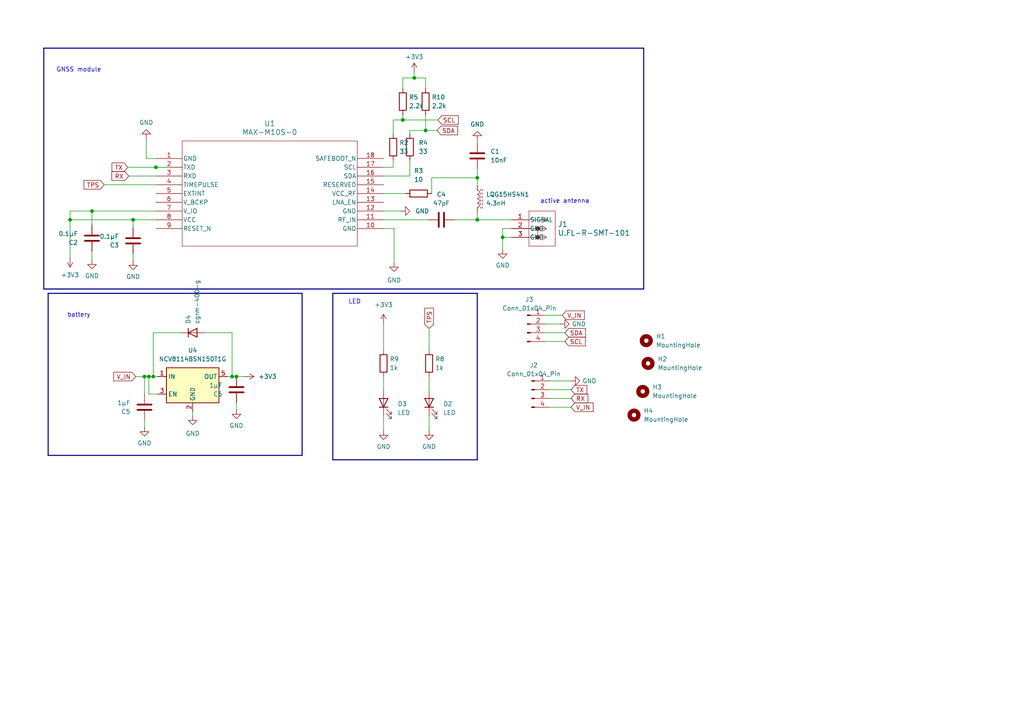
<source format=kicad_sch>
(kicad_sch (version 20250114) (generator "eeschema") (generator_version "9.0")
  (paper "A4")
  (lib_symbols
    (symbol "Connector:Conn_01x04_Pin" (pin_names (offset 1.016) (hide yes))
      (property "Reference" "J" (at 0 5.08 0))
      (property "Value" "Conn_01x04_Pin" (at 0 -7.62 0))
      (symbol "Conn_01x04_Pin_1_1"
        (rectangle (start 0.8636 2.667) (end 0 2.413) (stroke (width 0.1524)) (fill (type outline)))
        (rectangle (start 0.8636 0.127) (end 0 -0.127) (stroke (width 0.1524)) (fill (type outline)))
        (rectangle (start 0.8636 -2.413) (end 0 -2.667) (stroke (width 0.1524)) (fill (type outline)))
        (rectangle (start 0.8636 -4.953) (end 0 -5.207) (stroke (width 0.1524)) (fill (type outline)))
        (polyline (pts (xy 1.27 2.54) (xy 0.8636 2.54)) (stroke (width 0.1524)))
        (polyline (pts (xy 1.27 0) (xy 0.8636 0)) (stroke (width 0.1524)))
        (polyline (pts (xy 1.27 -2.54) (xy 0.8636 -2.54)) (stroke (width 0.1524)))
        (polyline (pts (xy 1.27 -5.08) (xy 0.8636 -5.08)) (stroke (width 0.1524)))
        (pin passive line (at 5.08 2.54 180) (length 3.81) (name "Pin_1") (number "1"))
        (pin passive line (at 5.08 0 180) (length 3.81) (name "Pin_2") (number "2"))
        (pin passive line (at 5.08 -2.54 180) (length 3.81) (name "Pin_3") (number "3"))
        (pin passive line (at 5.08 -5.08 180) (length 3.81) (name "Pin_4") (number "4"))
      )
    )
    (symbol "Device:C" (pin_numbers (hide yes)) (pin_names (offset 0.254))
      (property "Reference" "C" (at 0.635 2.54 0))
      (property "Value" "C" (at 0.635 -2.54 0))
      (symbol "C_0_1"
        (polyline (pts (xy -2.032 0.762) (xy 2.032 0.762)) (stroke (width 0.508)))
        (polyline (pts (xy -2.032 -0.762) (xy 2.032 -0.762)) (stroke (width 0.508)))
      )
      (symbol "C_1_1"
        (pin passive line (at 0 3.81 270) (length 2.794) (name "~") (number "1"))
        (pin passive line (at 0 -3.81 90) (length 2.794) (name "~") (number "2"))
      )
    )
    (symbol "Device:D" (pin_numbers (hide yes)) (pin_names (offset 1.016) (hide yes))
      (property "Reference" "D" (at 0 2.54 0))
      (property "Value" "D" (at 0 -2.54 0))
      (symbol "D_0_1"
        (polyline (pts (xy -1.27 1.27) (xy -1.27 -1.27)) (stroke (width 0.254)))
        (polyline (pts (xy 1.27 1.27) (xy 1.27 -1.27) (xy -1.27 0) (xy 1.27 1.27)) (stroke (width 0.254)))
        (polyline (pts (xy 1.27 0) (xy -1.27 0)))
      )
      (symbol "D_1_1"
        (pin passive line (at -3.81 0 0) (length 2.54) (name "K") (number "1"))
        (pin passive line (at 3.81 0 180) (length 2.54) (name "A") (number "2"))
      )
    )
    (symbol "Device:LED" (pin_numbers (hide yes)) (pin_names (offset 1.016) (hide yes))
      (property "Reference" "D" (at 0 2.54 0))
      (property "Value" "LED" (at 0 -2.54 0))
      (symbol "LED_0_1"
        (polyline (pts (xy -3.048 -0.762) (xy -4.572 -2.286) (xy -3.81 -2.286) (xy -4.572 -2.286) (xy -4.572 -1.524)))
        (polyline (pts (xy -1.778 -0.762) (xy -3.302 -2.286) (xy -2.54 -2.286) (xy -3.302 -2.286) (xy -3.302 -1.524)))
        (polyline (pts (xy -1.27 0) (xy 1.27 0)))
        (polyline (pts (xy -1.27 -1.27) (xy -1.27 1.27)) (stroke (width 0.254)))
        (polyline (pts (xy 1.27 -1.27) (xy 1.27 1.27) (xy -1.27 0) (xy 1.27 -1.27)) (stroke (width 0.254)))
      )
      (symbol "LED_1_1"
        (pin passive line (at -3.81 0 0) (length 2.54) (name "K") (number "1"))
        (pin passive line (at 3.81 0 180) (length 2.54) (name "A") (number "2"))
      )
    )
    (symbol "Device:L_Ferrite" (pin_numbers (hide yes)) (pin_names (offset 1.016) (hide yes))
      (property "Reference" "L" (at -1.27 0 90))
      (property "Value" "L_Ferrite" (at 2.794 0 90))
      (symbol "L_Ferrite_0_1"
        (arc (start 0 2.54) (mid 0.6323 1.905) (end 0 1.27))
        (arc (start 0 1.27) (mid 0.6323 0.635) (end 0 0))
        (arc (start 0 0) (mid 0.6323 -0.635) (end 0 -1.27))
        (arc (start 0 -1.27) (mid 0.6323 -1.905) (end 0 -2.54))
        (polyline (pts (xy 1.016 2.286) (xy 1.016 2.794)))
        (polyline (pts (xy 1.016 1.27) (xy 1.016 1.778)))
        (polyline (pts (xy 1.016 0.254) (xy 1.016 0.762)))
        (polyline (pts (xy 1.016 -0.762) (xy 1.016 -0.254)))
        (polyline (pts (xy 1.016 -1.778) (xy 1.016 -1.27)))
        (polyline (pts (xy 1.016 -2.794) (xy 1.016 -2.286)))
        (polyline (pts (xy 1.524 2.794) (xy 1.524 2.286)))
        (polyline (pts (xy 1.524 1.778) (xy 1.524 1.27)))
        (polyline (pts (xy 1.524 0.762) (xy 1.524 0.254)))
        (polyline (pts (xy 1.524 -0.254) (xy 1.524 -0.762)))
        (polyline (pts (xy 1.524 -1.27) (xy 1.524 -1.778)))
        (polyline (pts (xy 1.524 -2.286) (xy 1.524 -2.794)))
      )
      (symbol "L_Ferrite_1_1"
        (pin passive line (at 0 3.81 270) (length 1.27) (name "1") (number "1"))
        (pin passive line (at 0 -3.81 90) (length 1.27) (name "2") (number "2"))
      )
    )
    (symbol "Device:R" (pin_numbers (hide yes)) (pin_names (offset 0))
      (property "Reference" "R" (at 2.032 0 90))
      (property "Value" "R" (at 0 0 90))
      (symbol "R_0_1"
        (rectangle (start -1.016 -2.54) (end 1.016 2.54) (stroke (width 0.254)))
      )
      (symbol "R_1_1"
        (pin passive line (at 0 3.81 270) (length 1.27) (name "~") (number "1"))
        (pin passive line (at 0 -3.81 90) (length 1.27) (name "~") (number "2"))
      )
    )
    (symbol "FL-connector:U.FL-R-SMT-101" (pin_names (offset 0.254))
      (property "Reference" "J" (at 8.89 6.35 0))
      (property "Value" "U.FL-R-SMT-101" (at 0 0 0))
      (symbol "U.FL-R-SMT-101_1_1"
        (polyline (pts (xy 5.08 2.54) (xy 5.08 -7.62)) (stroke (width 0.127)))
        (polyline (pts (xy 5.08 -7.62) (xy 12.7 -7.62)) (stroke (width 0.127)))
        (polyline (pts (xy 7.62 -2.54) (xy 7.62 -5.08)) (stroke (width 0.127)))
        (circle (center 7.62 -2.54) (radius 0.127) (stroke (width 0.508)))
        (circle (center 7.62 -5.08) (radius 0.127) (stroke (width 0.508)))
        (polyline (pts (xy 10.16 0) (xy 5.08 0)) (stroke (width 0.127)))
        (polyline (pts (xy 10.16 0) (xy 8.89 0.8467)) (stroke (width 0.127)))
        (polyline (pts (xy 10.16 0) (xy 8.89 -0.8467)) (stroke (width 0.127)))
        (polyline (pts (xy 10.16 -2.54) (xy 5.08 -2.54)) (stroke (width 0.127)))
        (polyline (pts (xy 10.16 -2.54) (xy 8.89 -1.6933)) (stroke (width 0.127)))
        (polyline (pts (xy 10.16 -2.54) (xy 8.89 -3.3867)) (stroke (width 0.127)))
        (polyline (pts (xy 10.16 -5.08) (xy 5.08 -5.08)) (stroke (width 0.127)))
        (polyline (pts (xy 10.16 -5.08) (xy 8.89 -4.2333)) (stroke (width 0.127)))
        (polyline (pts (xy 10.16 -5.08) (xy 8.89 -5.9267)) (stroke (width 0.127)))
        (polyline (pts (xy 12.7 2.54) (xy 5.08 2.54)) (stroke (width 0.127)))
        (polyline (pts (xy 12.7 -7.62) (xy 12.7 2.54)) (stroke (width 0.127)))
        (pin unspecified line (at 0 0 0) (length 5.08) (name "SIGNAL") (number "1"))
        (pin unspecified line (at 0 -2.54 0) (length 5.08) (name "GND") (number "2"))
        (pin unspecified line (at 0 -5.08 0) (length 5.08) (name "GND") (number "3"))
      )
      (symbol "U.FL-R-SMT-101_1_2"
        (polyline (pts (xy 5.08 2.54) (xy 5.08 -7.62)) (stroke (width 0.127)))
        (polyline (pts (xy 5.08 -7.62) (xy 12.7 -7.62)) (stroke (width 0.127)))
        (polyline (pts (xy 6.35 -2.54) (xy 6.35 -5.08)) (stroke (width 0.127)))
        (circle (center 6.35 -2.54) (radius 0.127) (stroke (width 0.508)))
        (circle (center 6.35 -5.08) (radius 0.127) (stroke (width 0.508)))
        (polyline (pts (xy 7.62 0) (xy 5.08 0)) (stroke (width 0.127)))
        (polyline (pts (xy 7.62 0) (xy 8.89 0.8467)) (stroke (width 0.127)))
        (polyline (pts (xy 7.62 0) (xy 8.89 -0.8467)) (stroke (width 0.127)))
        (polyline (pts (xy 7.62 -2.54) (xy 5.08 -2.54)) (stroke (width 0.127)))
        (polyline (pts (xy 7.62 -2.54) (xy 8.89 -1.6933)) (stroke (width 0.127)))
        (polyline (pts (xy 7.62 -2.54) (xy 8.89 -3.3867)) (stroke (width 0.127)))
        (polyline (pts (xy 7.62 -5.08) (xy 5.08 -5.08)) (stroke (width 0.127)))
        (polyline (pts (xy 7.62 -5.08) (xy 8.89 -4.2333)) (stroke (width 0.127)))
        (polyline (pts (xy 7.62 -5.08) (xy 8.89 -5.9267)) (stroke (width 0.127)))
        (polyline (pts (xy 12.7 2.54) (xy 5.08 2.54)) (stroke (width 0.127)))
        (polyline (pts (xy 12.7 -7.62) (xy 12.7 2.54)) (stroke (width 0.127)))
        (pin unspecified line (at 0 0 0) (length 5.08) (name "SIGNAL") (number "1"))
        (pin unspecified line (at 0 -2.54 0) (length 5.08) (name "GND") (number "2"))
        (pin unspecified line (at 0 -5.08 0) (length 5.08) (name "GND") (number "3"))
      )
    )
    (symbol "Mechanical:MountingHole" (pin_names (offset 1.016)) (exclude_from_sim yes) (in_bom no)
      (property "Reference" "H" (at 0 5.08 0))
      (property "Value" "MountingHole" (at 0 3.175 0))
      (symbol "MountingHole_0_1"
        (circle (center 0 0) (radius 1.27) (stroke (width 1.27)))
      )
    )
    (symbol "Regulator_Linear:NCV8114BSN150T1G"
      (property "Reference" "U" (at 0 8.89 0))
      (property "Value" "NCV8114BSN150T1G" (at 0 6.35 0))
      (symbol "NCV8114BSN150T1G_0_1"
        (rectangle (start -7.62 5.08) (end 7.62 -5.08) (stroke (width 0.254)) (fill (type background)))
      )
      (symbol "NCV8114BSN150T1G_1_1"
        (pin power_in line (at -10.16 2.54 0) (length 2.54) (name "IN") (number "1"))
        (pin input line (at -10.16 -2.54 0) (length 2.54) (name "EN") (number "3"))
        (pin power_in line (at 0 -7.62 90) (length 2.54) (name "GND") (number "2"))
        (pin no_connect line (at 7.62 -2.54 180) (length 2.54) (hide yes) (name "NC") (number "4"))
        (pin power_out line (at 10.16 2.54 180) (length 2.54) (name "OUT") (number "5"))
      )
    )
    (symbol "maxm10s:MAX-M10S-0" (pin_names (offset 0.254))
      (property "Reference" "U" (at 33.02 10.16 0))
      (property "Value" "MAX-M10S-0" (at 33.02 7.62 0))
      (symbol "MAX-M10S-0_0_1"
        (polyline (pts (xy 7.62 5.08) (xy 7.62 -25.4)) (stroke (width 0.127)))
        (polyline (pts (xy 7.62 -25.4) (xy 58.42 -25.4)) (stroke (width 0.127)))
        (polyline (pts (xy 58.42 5.08) (xy 7.62 5.08)) (stroke (width 0.127)))
        (polyline (pts (xy 58.42 -25.4) (xy 58.42 5.08)) (stroke (width 0.127)))
        (pin power_out line (at 0 0 0) (length 7.62) (name "GND") (number "1"))
        (pin unspecified line (at 0 -2.54 0) (length 7.62) (name "TXD") (number "2"))
        (pin unspecified line (at 0 -5.08 0) (length 7.62) (name "RXD") (number "3"))
        (pin unspecified line (at 0 -7.62 0) (length 7.62) (name "TIMEPULSE") (number "4"))
        (pin unspecified line (at 0 -10.16 0) (length 7.62) (name "EXTINT") (number "5"))
        (pin unspecified line (at 0 -12.7 0) (length 7.62) (name "V_BCKP") (number "6"))
        (pin unspecified line (at 0 -15.24 0) (length 7.62) (name "V_IO") (number "7"))
        (pin power_in line (at 0 -17.78 0) (length 7.62) (name "VCC") (number "8"))
        (pin unspecified line (at 0 -20.32 0) (length 7.62) (name "RESET_N") (number "9"))
        (pin unspecified line (at 66.04 0 180) (length 7.62) (name "SAFEBOOT_N") (number "18"))
        (pin unspecified line (at 66.04 -2.54 180) (length 7.62) (name "SCL") (number "17"))
        (pin unspecified line (at 66.04 -5.08 180) (length 7.62) (name "SDA") (number "16"))
        (pin unspecified line (at 66.04 -7.62 180) (length 7.62) (name "RESERVED") (number "15"))
        (pin power_in line (at 66.04 -10.16 180) (length 7.62) (name "VCC_RF") (number "14"))
        (pin unspecified line (at 66.04 -12.7 180) (length 7.62) (name "LNA_EN") (number "13"))
        (pin power_out line (at 66.04 -15.24 180) (length 7.62) (name "GND") (number "12"))
        (pin unspecified line (at 66.04 -17.78 180) (length 7.62) (name "RF_IN") (number "11"))
        (pin power_out line (at 66.04 -20.32 180) (length 7.62) (name "GND") (number "10"))
      )
    )
    (symbol "power:+3V3" (power) (pin_numbers (hide yes)) (pin_names (offset 0) (hide yes))
      (property "Value" "+3V3" (at 0 3.556 0))
      (symbol "+3V3_0_1"
        (polyline (pts (xy -0.762 1.27) (xy 0 2.54)))
        (polyline (pts (xy 0 2.54) (xy 0.762 1.27)))
        (polyline (pts (xy 0 0) (xy 0 2.54)))
      )
      (symbol "+3V3_1_1"
        (pin power_in line (at 0 0 90) (length 0) (name "~") (number "1"))
      )
    )
    (symbol "power:GND" (power) (pin_numbers (hide yes)) (pin_names (offset 0) (hide yes))
      (property "Value" "GND" (at 0 -3.81 0))
      (symbol "GND_0_1"
        (polyline (pts (xy 0 0) (xy 0 -1.27) (xy 1.27 -1.27) (xy 0 -2.54) (xy -1.27 -1.27) (xy 0 -1.27)))
      )
      (symbol "GND_1_1"
        (pin power_in line (at 0 0 270) (length 0) (name "~") (number "1"))
      )
    )
  )
  (text "LED" (at 102.87 87.63 0) (effects (font (size 1.27 1.27))))
  (text "GNSS module" (at 22.86 20.32 0) (effects (font (size 1.27 1.27))))
  (text "active antenna" (at 163.83 58.42 0) (effects (font (size 1.27 1.27))))
  (text "battery\n" (at 22.86 91.44 0) (effects (font (size 1.27 1.27))))
  (junction (at 138.43 51.562))
  (junction (at 68.58 109.22))
  (junction (at 123.444 37.846))
  (junction (at 67.31 109.22))
  (junction (at 120.142 22.606))
  (junction (at 44.45 109.22))
  (junction (at 43.18 109.22))
  (junction (at 138.43 63.754))
  (junction (at 45.212 48.514))
  (junction (at 145.796 68.834))
  (junction (at 20.32 63.754))
  (junction (at 26.67 61.214))
  (junction (at 116.84 34.798))
  (junction (at 41.91 109.22))
  (junction (at 38.608 63.754))
  (wire (pts (xy 43.18 114.3) (xy 43.18 109.22)))
  (wire (pts (xy 39.37 109.22) (xy 41.91 109.22)))
  (wire (pts (xy 68.58 118.872) (xy 68.58 116.84)))
  (wire (pts (xy 157.988 93.98) (xy 162.56 93.98)))
  (bus (pts (xy 13.97 132.08) (xy 87.63 132.08)))
  (bus (pts (xy 186.69 83.82) (xy 186.69 13.97)))
  (wire (pts (xy 26.67 61.214) (xy 20.32 61.214)))
  (bus (pts (xy 96.52 85.09) (xy 138.43 85.09)))
  (wire (pts (xy 20.32 61.214) (xy 20.32 63.754)))
  (wire (pts (xy 131.826 63.754) (xy 138.43 63.754)))
  (wire (pts (xy 111.252 66.294) (xy 114.3 66.294)))
  (wire (pts (xy 163.83 96.52) (xy 157.988 96.52)))
  (bus (pts (xy 87.63 132.08) (xy 87.63 85.09)))
  (wire (pts (xy 45.72 114.3) (xy 43.18 114.3)))
  (wire (pts (xy 163.068 91.44) (xy 157.988 91.44)))
  (wire (pts (xy 145.796 66.294) (xy 148.336 66.294)))
  (wire (pts (xy 124.46 95.25) (xy 124.46 101.6)))
  (wire (pts (xy 67.31 96.52) (xy 67.31 109.22)))
  (wire (pts (xy 114.3 66.294) (xy 114.3 76.2)))
  (wire (pts (xy 138.43 40.64) (xy 138.43 41.402)))
  (wire (pts (xy 111.252 51.054) (xy 118.872 51.054)))
  (bus (pts (xy 12.7 83.82) (xy 186.69 83.82)))
  (wire (pts (xy 41.91 123.952) (xy 41.91 121.92)))
  (wire (pts (xy 118.872 37.846) (xy 123.444 37.846)))
  (wire (pts (xy 111.252 120.65) (xy 111.252 124.968)))
  (wire (pts (xy 38.608 75.692) (xy 38.608 73.66)))
  (wire (pts (xy 20.32 63.754) (xy 20.32 74.93)))
  (wire (pts (xy 114.046 46.482) (xy 114.046 48.514)))
  (wire (pts (xy 37.338 51.054) (xy 45.212 51.054)))
  (wire (pts (xy 138.43 49.022) (xy 138.43 51.562)))
  (wire (pts (xy 114.046 48.514) (xy 111.252 48.514)))
  (wire (pts (xy 71.12 109.22) (xy 68.58 109.22)))
  (wire (pts (xy 123.444 37.846) (xy 126.746 37.846)))
  (wire (pts (xy 118.872 51.054) (xy 118.872 46.482)))
  (wire (pts (xy 38.608 63.754) (xy 45.212 63.754)))
  (wire (pts (xy 111.252 109.22) (xy 111.252 113.03)))
  (wire (pts (xy 49.022 48.514) (xy 45.212 48.514)))
  (wire (pts (xy 116.84 34.798) (xy 127 34.798)))
  (bus (pts (xy 12.7 13.97) (xy 12.7 83.82)))
  (wire (pts (xy 116.84 33.274) (xy 116.84 34.798)))
  (wire (pts (xy 114.046 38.862) (xy 114.046 34.798)))
  (bus (pts (xy 12.7 13.97) (xy 186.69 13.97)))
  (wire (pts (xy 145.796 68.834) (xy 148.336 68.834)))
  (wire (pts (xy 111.252 63.754) (xy 124.206 63.754)))
  (wire (pts (xy 41.91 109.22) (xy 43.18 109.22)))
  (wire (pts (xy 38.608 66.04) (xy 38.608 63.754)))
  (wire (pts (xy 111.252 56.134) (xy 117.602 56.134)))
  (wire (pts (xy 138.43 63.754) (xy 148.336 63.754)))
  (wire (pts (xy 123.444 25.654) (xy 123.444 22.606)))
  (wire (pts (xy 42.418 45.974) (xy 45.212 45.974)))
  (wire (pts (xy 124.46 109.22) (xy 124.46 113.03)))
  (wire (pts (xy 125.222 51.562) (xy 125.222 56.134)))
  (wire (pts (xy 123.444 33.274) (xy 123.444 37.846)))
  (wire (pts (xy 159.258 115.57) (xy 165.608 115.57)))
  (wire (pts (xy 116.84 25.654) (xy 116.84 22.606)))
  (wire (pts (xy 125.222 51.562) (xy 138.43 51.562)))
  (wire (pts (xy 41.91 114.3) (xy 41.91 109.22)))
  (bus (pts (xy 96.52 85.09) (xy 96.52 133.35)))
  (wire (pts (xy 42.418 40.132) (xy 42.418 45.974)))
  (wire (pts (xy 59.69 96.52) (xy 67.31 96.52)))
  (wire (pts (xy 163.83 99.06) (xy 157.988 99.06)))
  (wire (pts (xy 159.258 118.11) (xy 165.608 118.11)))
  (wire (pts (xy 123.444 22.606) (xy 120.142 22.606)))
  (wire (pts (xy 138.43 61.468) (xy 138.43 63.754)))
  (bus (pts (xy 138.43 133.35) (xy 138.43 85.09)))
  (wire (pts (xy 165.608 110.49) (xy 159.258 110.49)))
  (bus (pts (xy 13.97 85.09) (xy 87.63 85.09)))
  (wire (pts (xy 45.212 61.214) (xy 26.67 61.214)))
  (bus (pts (xy 13.97 85.09) (xy 13.97 132.08)))
  (wire (pts (xy 44.45 109.22) (xy 44.45 96.52)))
  (wire (pts (xy 44.45 96.52) (xy 52.07 96.52)))
  (wire (pts (xy 145.796 72.39) (xy 145.796 68.834)))
  (wire (pts (xy 114.046 34.798) (xy 116.84 34.798)))
  (wire (pts (xy 43.18 109.22) (xy 44.45 109.22)))
  (wire (pts (xy 26.67 65.278) (xy 26.67 61.214)))
  (wire (pts (xy 124.46 120.65) (xy 124.46 124.968)))
  (wire (pts (xy 26.67 72.898) (xy 26.67 75.438)))
  (wire (pts (xy 120.142 22.606) (xy 120.142 20.828)))
  (wire (pts (xy 20.32 63.754) (xy 38.608 63.754)))
  (wire (pts (xy 118.872 38.862) (xy 118.872 37.846)))
  (wire (pts (xy 55.88 120.65) (xy 55.88 119.38)))
  (wire (pts (xy 145.796 68.834) (xy 145.796 66.294)))
  (wire (pts (xy 67.31 109.22) (xy 66.04 109.22)))
  (bus (pts (xy 96.52 133.35) (xy 138.43 133.35)))
  (wire (pts (xy 111.252 93.726) (xy 111.252 101.6)))
  (wire (pts (xy 165.608 113.03) (xy 159.258 113.03)))
  (wire (pts (xy 37.084 48.514) (xy 45.212 48.514)))
  (wire (pts (xy 44.45 109.22) (xy 45.72 109.22)))
  (wire (pts (xy 30.226 53.594) (xy 45.212 53.594)))
  (wire (pts (xy 116.84 22.606) (xy 120.142 22.606)))
  (wire (pts (xy 68.58 109.22) (xy 67.31 109.22)))
  (wire (pts (xy 138.43 53.848) (xy 138.43 51.562)))
  (wire (pts (xy 111.252 61.214) (xy 116.332 61.214)))
  (global_label "RX" (shape input) (at 165.608 115.57 0) (property "Intersheetrefs" "${INTERSHEET_REFS}" (effects (hide yes))))
  (global_label "SCL" (shape input) (at 163.83 99.06 0) (property "Intersheetrefs" "${INTERSHEET_REFS}" (effects (hide yes))))
  (global_label "V_IN" (shape input) (at 39.37 109.22 180) (property "Intersheetrefs" "${INTERSHEET_REFS}" (effects (hide yes))))
  (global_label "TPS" (shape input) (at 124.46 95.25 90) (property "Intersheetrefs" "${INTERSHEET_REFS}" (effects (hide yes))))
  (global_label "SDA" (shape input) (at 126.746 37.846 0) (property "Intersheetrefs" "${INTERSHEET_REFS}" (effects (hide yes))))
  (global_label "TX" (shape input) (at 37.084 48.514 180) (property "Intersheetrefs" "${INTERSHEET_REFS}" (effects (hide yes))))
  (global_label "V_IN" (shape input) (at 163.068 91.44 0) (property "Intersheetrefs" "${INTERSHEET_REFS}" (effects (hide yes))))
  (global_label "TPS" (shape input) (at 30.226 53.594 180) (property "Intersheetrefs" "${INTERSHEET_REFS}" (effects (hide yes))))
  (global_label "SDA" (shape input) (at 163.83 96.52 0) (property "Intersheetrefs" "${INTERSHEET_REFS}" (effects (hide yes))))
  (global_label "RX" (shape input) (at 37.338 51.054 180) (property "Intersheetrefs" "${INTERSHEET_REFS}" (effects (hide yes))))
  (global_label "SCL" (shape input) (at 127 34.798 0) (property "Intersheetrefs" "${INTERSHEET_REFS}" (effects (hide yes))))
  (global_label "TX" (shape input) (at 165.608 113.03 0) (property "Intersheetrefs" "${INTERSHEET_REFS}" (effects (hide yes))))
  (global_label "V_IN" (shape input) (at 165.608 118.11 0) (property "Intersheetrefs" "${INTERSHEET_REFS}" (effects (hide yes))))
  (symbol (lib_id "Device:R") (at 124.46 105.41 0) (unit 1)
    (property "Reference" "R8" (at 126.238 104.1399 0) (effects (justify left)))
    (property "Value" "1k" (at 126.238 106.6799 0) (effects (justify left)))
    (property "Footprint" "Resistor_SMD:R_0603_1608Metric" (effects (hide yes)))
    (property "Description" "Resistor" (effects (hide yes)))
  )
  (symbol (lib_id "power:GND") (at 26.67 75.438 0) (unit 1)
    (property "Reference" "#PWR014" (effects (hide yes)))
    (property "Value" "GND" (at 26.67 80.01 0))
    (property "Description" "Power symbol creates a global label with name \"GND\" , ground" (effects (hide yes)))
  )
  (symbol (lib_id "power:+3V3") (at 20.32 74.93 180) (unit 1)
    (property "Reference" "#PWR01" (effects (hide yes)))
    (property "Value" "+3V3" (at 20.32 79.756 0))
    (property "Description" "Power symbol creates a global label with name \"+3V3\"" (effects (hide yes)))
  )
  (symbol (lib_id "maxm10s:MAX-M10S-0") (at 45.212 45.974 0) (unit 1)
    (property "Reference" "U1" (at 78.232 35.814 0) (effects (font (size 1.524 1.524))))
    (property "Value" "MAX-M10S-0" (at 78.232 38.354 0) (effects (font (size 1.524 1.524))))
    (property "Footprint" "footprints:SMT_M10S-0_UBL" (effects (hide yes)))
    (property "Datasheet" "MAX-M10S-0" (effects (hide yes)))
  )
  (symbol (lib_id "Mechanical:MountingHole") (at 187.452 98.806 0) (unit 1) (exclude_from_sim yes) (in_bom no)
    (property "Reference" "H1" (at 190.246 97.5359 0) (effects (justify left)))
    (property "Value" "MountingHole" (at 190.246 100.0759 0) (effects (justify left)))
    (property "Footprint" "MountingHole:MountingHole_3mm" (effects (hide yes)))
    (property "Description" "Mounting Hole without connection" (effects (hide yes)))
  )
  (symbol (lib_id "power:+3V3") (at 111.252 93.726 0) (unit 1)
    (property "Reference" "#PWR08" (effects (hide yes)))
    (property "Value" "+3V3" (at 111.252 88.392 0))
    (property "Description" "Power symbol creates a global label with name \"+3V3\"" (effects (hide yes)))
  )
  (symbol (lib_id "Device:C") (at 41.91 118.11 180) (unit 1)
    (property "Reference" "C5" (at 37.846 119.3801 0) (effects (justify left)))
    (property "Value" "1μF" (at 37.846 116.8401 0) (effects (justify left)))
    (property "Footprint" "Capacitor_SMD:C_0603_1608Metric" (effects (hide yes)))
    (property "Description" "Unpolarized capacitor" (effects (hide yes)))
  )
  (symbol (lib_id "Device:R") (at 118.872 42.672 0) (unit 1)
    (property "Reference" "R4" (at 121.412 41.4019 0) (effects (justify left)))
    (property "Value" "33" (at 121.412 43.9419 0) (effects (justify left)))
    (property "Footprint" "Resistor_SMD:R_0603_1608Metric" (effects (hide yes)))
    (property "Description" "Resistor" (effects (hide yes)))
  )
  (symbol (lib_id "Device:C") (at 128.016 63.754 270) (unit 1)
    (property "Reference" "C4" (at 128.016 56.388 90))
    (property "Value" "47pF" (at 128.016 58.928 90))
    (property "Footprint" "Capacitor_SMD:C_0603_1608Metric" (effects (hide yes)))
    (property "Description" "Unpolarized capacitor" (effects (hide yes)))
  )
  (symbol (lib_id "Regulator_Linear:NCV8114BSN150T1G") (at 55.88 111.76 0) (unit 1)
    (property "Reference" "U4" (at 55.88 101.6 0))
    (property "Value" "NCV8114BSN150T1G" (at 55.88 104.14 0))
    (property "Footprint" "Package_TO_SOT_SMD:TSOT-23-5_HandSoldering" (effects (hide yes)))
    (property "Datasheet" "https://ru.mouser.com/datasheet/2/308/NCV8114-D-1107616.pdf" (effects (hide yes)))
    (property "Description" "300mA, Low Noise, Linear Regulator without output active discharge function, 1.7-5.5V input voltage range, 1.5V fixed positive output, TSOT-23-5" (effects (hide yes)))
  )
  (symbol (lib_id "Mechanical:MountingHole") (at 187.96 105.41 0) (unit 1) (exclude_from_sim yes) (in_bom no)
    (property "Reference" "H2" (at 190.754 104.1399 0) (effects (justify left)))
    (property "Value" "MountingHole" (at 190.754 106.6799 0) (effects (justify left)))
    (property "Footprint" "MountingHole:MountingHole_3mm" (effects (hide yes)))
    (property "Description" "Mounting Hole without connection" (effects (hide yes)))
  )
  (symbol (lib_id "Connector:Conn_01x04_Pin") (at 152.908 93.98 0) (unit 1)
    (property "Reference" "J3" (at 153.543 86.868 0))
    (property "Value" "Conn_01x04_Pin" (at 153.543 89.408 0))
    (property "Footprint" "Connector_PinHeader_2.54mm:PinHeader_1x04_P2.54mm_Vertical" (effects (hide yes)))
    (property "Description" "Generic connector, single row, 01x04, script generated" (effects (hide yes)))
  )
  (symbol (lib_id "Device:R") (at 111.252 105.41 0) (unit 1)
    (property "Reference" "R9" (at 113.03 104.1399 0) (effects (justify left)))
    (property "Value" "1k" (at 113.03 106.6799 0) (effects (justify left)))
    (property "Footprint" "Resistor_SMD:R_0603_1608Metric" (effects (hide yes)))
    (property "Description" "Resistor" (effects (hide yes)))
  )
  (symbol (lib_id "Device:C") (at 38.608 69.85 180) (unit 1)
    (property "Reference" "C3" (at 34.544 71.1201 0) (effects (justify left)))
    (property "Value" "0.1μF" (at 34.544 68.5801 0) (effects (justify left)))
    (property "Footprint" "Capacitor_SMD:C_0603_1608Metric" (effects (hide yes)))
    (property "Description" "Unpolarized capacitor" (effects (hide yes)))
  )
  (symbol (lib_id "Connector:Conn_01x04_Pin") (at 154.178 113.03 0) (unit 1)
    (property "Reference" "J2" (at 154.813 105.918 0))
    (property "Value" "Conn_01x04_Pin" (at 154.813 108.458 0))
    (property "Footprint" "Connector_PinHeader_2.54mm:PinHeader_1x04_P2.54mm_Vertical" (effects (hide yes)))
    (property "Description" "Generic connector, single row, 01x04, script generated" (effects (hide yes)))
  )
  (symbol (lib_id "power:GND") (at 124.46 124.968 0) (unit 1)
    (property "Reference" "#PWR05" (effects (hide yes)))
    (property "Value" "GND" (at 124.46 129.54 0))
    (property "Description" "Power symbol creates a global label with name \"GND\" , ground" (effects (hide yes)))
  )
  (symbol (lib_id "power:GND") (at 42.418 40.132 180) (unit 1)
    (property "Reference" "#PWR02" (effects (hide yes)))
    (property "Value" "GND" (at 42.418 35.56 0))
    (property "Description" "Power symbol creates a global label with name \"GND\" , ground" (effects (hide yes)))
  )
  (symbol (lib_id "Device:LED") (at 111.252 116.84 90) (unit 1)
    (property "Reference" "D3" (at 115.316 117.1574 90) (effects (justify right)))
    (property "Value" "LED" (at 115.316 119.6974 90) (effects (justify right)))
    (property "Footprint" "LED_SMD:LED_0603_1608Metric" (effects (hide yes)))
    (property "Description" "Light emitting diode" (effects (hide yes)))
  )
  (symbol (lib_id "power:+3V3") (at 71.12 109.22 270) (unit 1)
    (property "Reference" "#PWR015" (effects (hide yes)))
    (property "Value" "+3V3" (at 74.93 109.2199 90) (effects (justify left)))
    (property "Description" "Power symbol creates a global label with name \"+3V3\"" (effects (hide yes)))
  )
  (symbol (lib_id "Mechanical:MountingHole") (at 186.436 113.538 0) (unit 1) (exclude_from_sim yes) (in_bom no)
    (property "Reference" "H3" (at 189.23 112.2679 0) (effects (justify left)))
    (property "Value" "MountingHole" (at 189.23 114.8079 0) (effects (justify left)))
    (property "Footprint" "MountingHole:MountingHole_3mm" (effects (hide yes)))
    (property "Description" "Mounting Hole without connection" (effects (hide yes)))
  )
  (symbol (lib_id "power:+3V3") (at 120.142 20.828 0) (unit 1)
    (property "Reference" "#PWR06" (effects (hide yes)))
    (property "Value" "+3V3" (at 120.142 16.51 0))
    (property "Description" "Power symbol creates a global label with name \"+3V3\"" (effects (hide yes)))
  )
  (symbol (lib_id "Device:R") (at 114.046 42.672 0) (unit 1)
    (property "Reference" "R2" (at 115.824 41.4019 0) (effects (justify left)))
    (property "Value" "33" (at 115.824 43.9419 0) (effects (justify left)))
    (property "Footprint" "Resistor_SMD:R_0603_1608Metric" (effects (hide yes)))
    (property "Description" "Resistor" (effects (hide yes)))
  )
  (symbol (lib_id "power:GND") (at 162.56 93.98 90) (unit 1)
    (property "Reference" "#PWR011" (effects (hide yes)))
    (property "Value" "GND" (at 165.862 93.9799 90) (effects (justify right)))
    (property "Description" "Power symbol creates a global label with name \"GND\" , ground" (effects (hide yes)))
  )
  (symbol (lib_id "power:GND") (at 111.252 124.968 0) (unit 1)
    (property "Reference" "#PWR09" (effects (hide yes)))
    (property "Value" "GND" (at 111.252 129.54 0))
    (property "Description" "Power symbol creates a global label with name \"GND\" , ground" (effects (hide yes)))
  )
  (symbol (lib_id "Device:LED") (at 124.46 116.84 90) (unit 1)
    (property "Reference" "D2" (at 128.524 117.1574 90) (effects (justify right)))
    (property "Value" "LED" (at 128.524 119.6974 90) (effects (justify right)))
    (property "Footprint" "LED_SMD:LED_0603_1608Metric" (effects (hide yes)))
    (property "Description" "Light emitting diode" (effects (hide yes)))
  )
  (symbol (lib_id "power:GND") (at 165.608 110.49 90) (unit 1)
    (property "Reference" "#PWR010" (effects (hide yes)))
    (property "Value" "GND" (at 168.91 110.4899 90) (effects (justify right)))
    (property "Description" "Power symbol creates a global label with name \"GND\" , ground" (effects (hide yes)))
  )
  (symbol (lib_id "power:GND") (at 138.43 40.64 180) (unit 1)
    (property "Reference" "#PWR07" (effects (hide yes)))
    (property "Value" "GND" (at 138.43 36.068 0))
    (property "Description" "Power symbol creates a global label with name \"GND\" , ground" (effects (hide yes)))
  )
  (symbol (lib_id "FL-connector:U.FL-R-SMT-101") (at 148.336 63.754 0) (unit 1)
    (property "Reference" "J1" (at 161.798 65.0239 0) (effects (font (size 1.524 1.524)) (justify left)))
    (property "Value" "U.FL-R-SMT-101" (at 161.798 67.5639 0) (effects (font (size 1.524 1.524)) (justify left)))
    (property "Footprint" "U_FL_R_SMT_1_01_:COAX2_U.FL-R-SMT-101_HIR" (effects (hide yes)))
    (property "Datasheet" "U.FL-R-SMT-101" (effects (hide yes)))
  )
  (symbol (lib_id "Device:R") (at 121.412 56.134 90) (unit 1)
    (property "Reference" "R3" (at 121.412 49.53 90))
    (property "Value" "10" (at 121.412 52.07 90))
    (property "Footprint" "Resistor_SMD:R_0603_1608Metric" (effects (hide yes)))
    (property "Description" "Resistor" (effects (hide yes)))
  )
  (symbol (lib_id "Device:L_Ferrite") (at 138.43 57.658 0) (unit 1)
    (property "Reference" "LQG15HS4N1" (at 140.97 56.3879 0) (effects (justify left)))
    (property "Value" "4.3nH" (at 140.97 58.9279 0) (effects (justify left)))
    (property "Footprint" "Inductor_SMD:L_0402_1005Metric" (effects (hide yes)))
    (property "Description" "Inductor with ferrite core" (effects (hide yes)))
  )
  (symbol (lib_id "Device:C") (at 138.43 45.212 0) (unit 1)
    (property "Reference" "C1" (at 142.24 43.9419 0) (effects (justify left)))
    (property "Value" "10nF" (at 142.24 46.4819 0) (effects (justify left)))
    (property "Footprint" "Capacitor_SMD:C_0603_1608Metric" (effects (hide yes)))
    (property "Description" "Unpolarized capacitor" (effects (hide yes)))
  )
  (symbol (lib_id "power:GND") (at 55.88 120.65 0) (unit 1)
    (property "Reference" "#PWR016" (effects (hide yes)))
    (property "Value" "GND" (at 55.88 125.73 0))
    (property "Description" "Power symbol creates a global label with name \"GND\" , ground" (effects (hide yes)))
  )
  (symbol (lib_id "power:GND") (at 145.796 72.39 0) (unit 1)
    (property "Reference" "#PWR013" (effects (hide yes)))
    (property "Value" "GND" (at 145.796 76.9621 0))
    (property "Description" "Power symbol creates a global label with name \"GND\" , ground" (effects (hide yes)))
  )
  (symbol (lib_id "power:GND") (at 41.91 123.952 0) (unit 1)
    (property "Reference" "#PWR019" (effects (hide yes)))
    (property "Value" "GND" (at 41.91 128.524 0))
    (property "Description" "Power symbol creates a global label with name \"GND\" , ground" (effects (hide yes)))
  )
  (symbol (lib_id "power:GND") (at 38.608 75.692 0) (unit 1)
    (property "Reference" "#PWR012" (effects (hide yes)))
    (property "Value" "GND" (at 38.608 80.264 0))
    (property "Description" "Power symbol creates a global label with name \"GND\" , ground" (effects (hide yes)))
  )
  (symbol (lib_id "Device:R") (at 123.444 29.464 0) (unit 1)
    (property "Reference" "R10" (at 125.222 28.1939 0) (effects (justify left)))
    (property "Value" "2.2k" (at 125.222 30.7339 0) (effects (justify left)))
    (property "Footprint" "Resistor_SMD:R_0603_1608Metric" (effects (hide yes)))
    (property "Description" "Resistor" (effects (hide yes)))
  )
  (symbol (lib_id "Device:C") (at 68.58 113.03 180) (unit 1)
    (property "Reference" "C6" (at 64.516 114.3001 0) (effects (justify left)))
    (property "Value" "1μF" (at 64.516 111.7601 0) (effects (justify left)))
    (property "Footprint" "Capacitor_SMD:C_0603_1608Metric" (effects (hide yes)))
    (property "Description" "Unpolarized capacitor" (effects (hide yes)))
  )
  (symbol (lib_id "Device:C") (at 26.67 69.088 180) (unit 1)
    (property "Reference" "C2" (at 22.606 70.3581 0) (effects (justify left)))
    (property "Value" "0.1μF" (at 22.606 67.8181 0) (effects (justify left)))
    (property "Footprint" "Capacitor_SMD:C_0603_1608Metric" (effects (hide yes)))
    (property "Description" "Unpolarized capacitor" (effects (hide yes)))
  )
  (symbol (lib_id "Device:R") (at 116.84 29.464 0) (unit 1)
    (property "Reference" "R5" (at 118.618 28.1939 0) (effects (justify left)))
    (property "Value" "2.2k" (at 118.618 30.7339 0) (effects (justify left)))
    (property "Footprint" "Resistor_SMD:R_0603_1608Metric" (effects (hide yes)))
    (property "Description" "Resistor" (effects (hide yes)))
  )
  (symbol (lib_id "power:GND") (at 116.332 61.214 90) (unit 1)
    (property "Reference" "#PWR04" (effects (hide yes)))
    (property "Value" "GND" (at 120.396 61.2139 90) (effects (justify right)))
    (property "Description" "Power symbol creates a global label with name \"GND\" , ground" (effects (hide yes)))
  )
  (symbol (lib_id "Mechanical:MountingHole") (at 183.896 120.396 0) (unit 1) (exclude_from_sim yes) (in_bom no)
    (property "Reference" "H4" (at 186.69 119.1259 0) (effects (justify left)))
    (property "Value" "MountingHole" (at 186.69 121.6659 0) (effects (justify left)))
    (property "Footprint" "MountingHole:MountingHole_3mm" (effects (hide yes)))
    (property "Description" "Mounting Hole without connection" (effects (hide yes)))
  )
  (symbol (lib_id "Device:D") (at 55.88 96.52 0) (unit 1)
    (property "Reference" "D4" (at 54.6099 93.98 90) (effects (justify left)))
    (property "Value" "cgrm-400-g" (at 57.1499 93.98 90) (effects (justify left)))
    (property "Footprint" "Diode_SMD:D_0603_1608Metric" (effects (hide yes)))
    (property "Description" "Diode" (effects (hide yes)))
    (property "Sim.Device" "D" (effects (hide yes)))
    (property "Sim.Pins" "1=K 2=A" (effects (hide yes)))
  )
  (symbol (lib_id "power:GND") (at 68.58 118.872 0) (unit 1)
    (property "Reference" "#PWR020" (effects (hide yes)))
    (property "Value" "GND" (at 68.58 123.444 0))
    (property "Description" "Power symbol creates a global label with name \"GND\" , ground" (effects (hide yes)))
  )
  (symbol (lib_id "power:GND") (at 114.3 76.2 0) (unit 1)
    (property "Reference" "#PWR03" (effects (hide yes)))
    (property "Value" "GND" (at 114.3 81.28 0))
    (property "Description" "Power symbol creates a global label with name \"GND\" , ground" (effects (hide yes)))
  )
)
</source>
